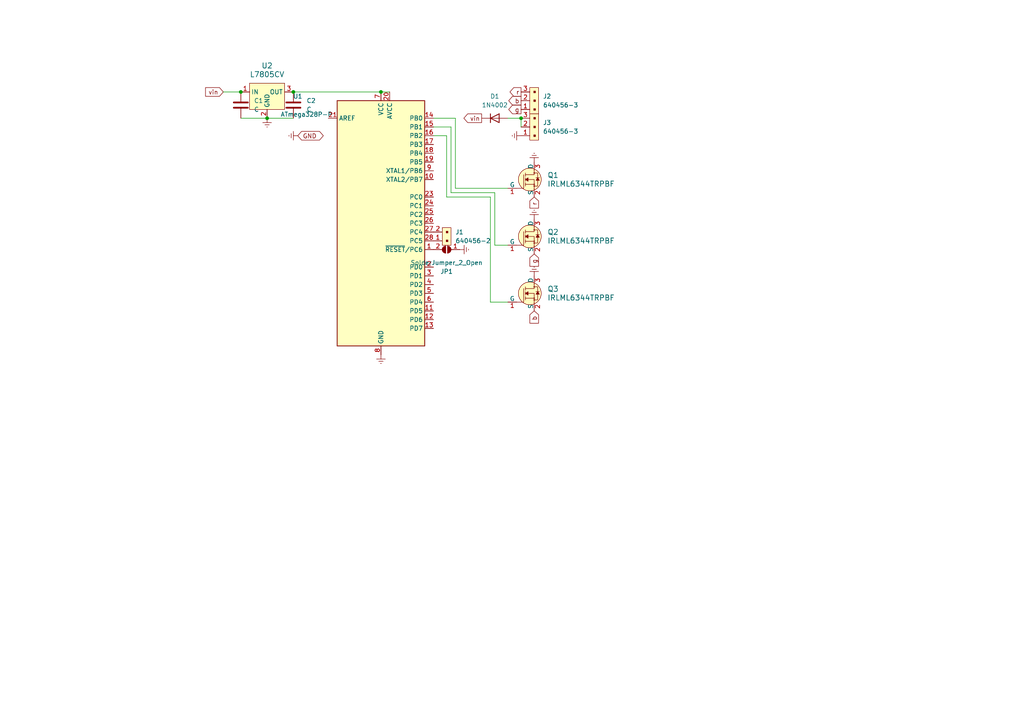
<source format=kicad_sch>
(kicad_sch (version 20230121) (generator eeschema)

  (uuid 50bc0aec-6656-4a08-a5c3-dcd98ed68266)

  (paper "A4")

  (lib_symbols
    (symbol "Device:C" (pin_numbers hide) (pin_names (offset 0.254)) (in_bom yes) (on_board yes)
      (property "Reference" "C" (at 0.635 2.54 0)
        (effects (font (size 1.27 1.27)) (justify left))
      )
      (property "Value" "C" (at 0.635 -2.54 0)
        (effects (font (size 1.27 1.27)) (justify left))
      )
      (property "Footprint" "" (at 0.9652 -3.81 0)
        (effects (font (size 1.27 1.27)) hide)
      )
      (property "Datasheet" "~" (at 0 0 0)
        (effects (font (size 1.27 1.27)) hide)
      )
      (property "ki_keywords" "cap capacitor" (at 0 0 0)
        (effects (font (size 1.27 1.27)) hide)
      )
      (property "ki_description" "Unpolarized capacitor" (at 0 0 0)
        (effects (font (size 1.27 1.27)) hide)
      )
      (property "ki_fp_filters" "C_*" (at 0 0 0)
        (effects (font (size 1.27 1.27)) hide)
      )
      (symbol "C_0_1"
        (polyline
          (pts
            (xy -2.032 -0.762)
            (xy 2.032 -0.762)
          )
          (stroke (width 0.508) (type default))
          (fill (type none))
        )
        (polyline
          (pts
            (xy -2.032 0.762)
            (xy 2.032 0.762)
          )
          (stroke (width 0.508) (type default))
          (fill (type none))
        )
      )
      (symbol "C_1_1"
        (pin passive line (at 0 3.81 270) (length 2.794)
          (name "~" (effects (font (size 1.27 1.27))))
          (number "1" (effects (font (size 1.27 1.27))))
        )
        (pin passive line (at 0 -3.81 90) (length 2.794)
          (name "~" (effects (font (size 1.27 1.27))))
          (number "2" (effects (font (size 1.27 1.27))))
        )
      )
    )
    (symbol "Diode:1N4002" (pin_numbers hide) (pin_names hide) (in_bom yes) (on_board yes)
      (property "Reference" "D" (at 0 2.54 0)
        (effects (font (size 1.27 1.27)))
      )
      (property "Value" "1N4002" (at 0 -2.54 0)
        (effects (font (size 1.27 1.27)))
      )
      (property "Footprint" "Diode_THT:D_DO-41_SOD81_P10.16mm_Horizontal" (at 0 -4.445 0)
        (effects (font (size 1.27 1.27)) hide)
      )
      (property "Datasheet" "http://www.vishay.com/docs/88503/1n4001.pdf" (at 0 0 0)
        (effects (font (size 1.27 1.27)) hide)
      )
      (property "Sim.Device" "D" (at 0 0 0)
        (effects (font (size 1.27 1.27)) hide)
      )
      (property "Sim.Pins" "1=K 2=A" (at 0 0 0)
        (effects (font (size 1.27 1.27)) hide)
      )
      (property "ki_keywords" "diode" (at 0 0 0)
        (effects (font (size 1.27 1.27)) hide)
      )
      (property "ki_description" "100V 1A General Purpose Rectifier Diode, DO-41" (at 0 0 0)
        (effects (font (size 1.27 1.27)) hide)
      )
      (property "ki_fp_filters" "D*DO?41*" (at 0 0 0)
        (effects (font (size 1.27 1.27)) hide)
      )
      (symbol "1N4002_0_1"
        (polyline
          (pts
            (xy -1.27 1.27)
            (xy -1.27 -1.27)
          )
          (stroke (width 0.254) (type default))
          (fill (type none))
        )
        (polyline
          (pts
            (xy 1.27 0)
            (xy -1.27 0)
          )
          (stroke (width 0) (type default))
          (fill (type none))
        )
        (polyline
          (pts
            (xy 1.27 1.27)
            (xy 1.27 -1.27)
            (xy -1.27 0)
            (xy 1.27 1.27)
          )
          (stroke (width 0.254) (type default))
          (fill (type none))
        )
      )
      (symbol "1N4002_1_1"
        (pin passive line (at -3.81 0 0) (length 2.54)
          (name "K" (effects (font (size 1.27 1.27))))
          (number "1" (effects (font (size 1.27 1.27))))
        )
        (pin passive line (at 3.81 0 180) (length 2.54)
          (name "A" (effects (font (size 1.27 1.27))))
          (number "2" (effects (font (size 1.27 1.27))))
        )
      )
    )
    (symbol "Jumper:SolderJumper_2_Open" (pin_names (offset 0) hide) (in_bom yes) (on_board yes)
      (property "Reference" "JP" (at 0 2.032 0)
        (effects (font (size 1.27 1.27)))
      )
      (property "Value" "SolderJumper_2_Open" (at 0 -2.54 0)
        (effects (font (size 1.27 1.27)))
      )
      (property "Footprint" "" (at 0 0 0)
        (effects (font (size 1.27 1.27)) hide)
      )
      (property "Datasheet" "~" (at 0 0 0)
        (effects (font (size 1.27 1.27)) hide)
      )
      (property "ki_keywords" "solder jumper SPST" (at 0 0 0)
        (effects (font (size 1.27 1.27)) hide)
      )
      (property "ki_description" "Solder Jumper, 2-pole, open" (at 0 0 0)
        (effects (font (size 1.27 1.27)) hide)
      )
      (property "ki_fp_filters" "SolderJumper*Open*" (at 0 0 0)
        (effects (font (size 1.27 1.27)) hide)
      )
      (symbol "SolderJumper_2_Open_0_1"
        (arc (start -0.254 1.016) (mid -1.2656 0) (end -0.254 -1.016)
          (stroke (width 0) (type default))
          (fill (type none))
        )
        (arc (start -0.254 1.016) (mid -1.2656 0) (end -0.254 -1.016)
          (stroke (width 0) (type default))
          (fill (type outline))
        )
        (polyline
          (pts
            (xy -0.254 1.016)
            (xy -0.254 -1.016)
          )
          (stroke (width 0) (type default))
          (fill (type none))
        )
        (polyline
          (pts
            (xy 0.254 1.016)
            (xy 0.254 -1.016)
          )
          (stroke (width 0) (type default))
          (fill (type none))
        )
        (arc (start 0.254 -1.016) (mid 1.2656 0) (end 0.254 1.016)
          (stroke (width 0) (type default))
          (fill (type none))
        )
        (arc (start 0.254 -1.016) (mid 1.2656 0) (end 0.254 1.016)
          (stroke (width 0) (type default))
          (fill (type outline))
        )
      )
      (symbol "SolderJumper_2_Open_1_1"
        (pin passive line (at -3.81 0 0) (length 2.54)
          (name "A" (effects (font (size 1.27 1.27))))
          (number "1" (effects (font (size 1.27 1.27))))
        )
        (pin passive line (at 3.81 0 180) (length 2.54)
          (name "B" (effects (font (size 1.27 1.27))))
          (number "2" (effects (font (size 1.27 1.27))))
        )
      )
    )
    (symbol "MCU_Microchip_ATmega:ATmega328P-P" (in_bom yes) (on_board yes)
      (property "Reference" "U" (at -12.7 36.83 0)
        (effects (font (size 1.27 1.27)) (justify left bottom))
      )
      (property "Value" "ATmega328P-P" (at 2.54 -36.83 0)
        (effects (font (size 1.27 1.27)) (justify left top))
      )
      (property "Footprint" "Package_DIP:DIP-28_W7.62mm" (at 0 0 0)
        (effects (font (size 1.27 1.27) italic) hide)
      )
      (property "Datasheet" "http://ww1.microchip.com/downloads/en/DeviceDoc/ATmega328_P%20AVR%20MCU%20with%20picoPower%20Technology%20Data%20Sheet%2040001984A.pdf" (at 0 0 0)
        (effects (font (size 1.27 1.27)) hide)
      )
      (property "ki_keywords" "AVR 8bit Microcontroller MegaAVR PicoPower" (at 0 0 0)
        (effects (font (size 1.27 1.27)) hide)
      )
      (property "ki_description" "20MHz, 32kB Flash, 2kB SRAM, 1kB EEPROM, DIP-28" (at 0 0 0)
        (effects (font (size 1.27 1.27)) hide)
      )
      (property "ki_fp_filters" "DIP*W7.62mm*" (at 0 0 0)
        (effects (font (size 1.27 1.27)) hide)
      )
      (symbol "ATmega328P-P_0_1"
        (rectangle (start -12.7 -35.56) (end 12.7 35.56)
          (stroke (width 0.254) (type default))
          (fill (type background))
        )
      )
      (symbol "ATmega328P-P_1_1"
        (pin bidirectional line (at 15.24 -7.62 180) (length 2.54)
          (name "~{RESET}/PC6" (effects (font (size 1.27 1.27))))
          (number "1" (effects (font (size 1.27 1.27))))
        )
        (pin bidirectional line (at 15.24 12.7 180) (length 2.54)
          (name "XTAL2/PB7" (effects (font (size 1.27 1.27))))
          (number "10" (effects (font (size 1.27 1.27))))
        )
        (pin bidirectional line (at 15.24 -25.4 180) (length 2.54)
          (name "PD5" (effects (font (size 1.27 1.27))))
          (number "11" (effects (font (size 1.27 1.27))))
        )
        (pin bidirectional line (at 15.24 -27.94 180) (length 2.54)
          (name "PD6" (effects (font (size 1.27 1.27))))
          (number "12" (effects (font (size 1.27 1.27))))
        )
        (pin bidirectional line (at 15.24 -30.48 180) (length 2.54)
          (name "PD7" (effects (font (size 1.27 1.27))))
          (number "13" (effects (font (size 1.27 1.27))))
        )
        (pin bidirectional line (at 15.24 30.48 180) (length 2.54)
          (name "PB0" (effects (font (size 1.27 1.27))))
          (number "14" (effects (font (size 1.27 1.27))))
        )
        (pin bidirectional line (at 15.24 27.94 180) (length 2.54)
          (name "PB1" (effects (font (size 1.27 1.27))))
          (number "15" (effects (font (size 1.27 1.27))))
        )
        (pin bidirectional line (at 15.24 25.4 180) (length 2.54)
          (name "PB2" (effects (font (size 1.27 1.27))))
          (number "16" (effects (font (size 1.27 1.27))))
        )
        (pin bidirectional line (at 15.24 22.86 180) (length 2.54)
          (name "PB3" (effects (font (size 1.27 1.27))))
          (number "17" (effects (font (size 1.27 1.27))))
        )
        (pin bidirectional line (at 15.24 20.32 180) (length 2.54)
          (name "PB4" (effects (font (size 1.27 1.27))))
          (number "18" (effects (font (size 1.27 1.27))))
        )
        (pin bidirectional line (at 15.24 17.78 180) (length 2.54)
          (name "PB5" (effects (font (size 1.27 1.27))))
          (number "19" (effects (font (size 1.27 1.27))))
        )
        (pin bidirectional line (at 15.24 -12.7 180) (length 2.54)
          (name "PD0" (effects (font (size 1.27 1.27))))
          (number "2" (effects (font (size 1.27 1.27))))
        )
        (pin power_in line (at 2.54 38.1 270) (length 2.54)
          (name "AVCC" (effects (font (size 1.27 1.27))))
          (number "20" (effects (font (size 1.27 1.27))))
        )
        (pin passive line (at -15.24 30.48 0) (length 2.54)
          (name "AREF" (effects (font (size 1.27 1.27))))
          (number "21" (effects (font (size 1.27 1.27))))
        )
        (pin passive line (at 0 -38.1 90) (length 2.54) hide
          (name "GND" (effects (font (size 1.27 1.27))))
          (number "22" (effects (font (size 1.27 1.27))))
        )
        (pin bidirectional line (at 15.24 7.62 180) (length 2.54)
          (name "PC0" (effects (font (size 1.27 1.27))))
          (number "23" (effects (font (size 1.27 1.27))))
        )
        (pin bidirectional line (at 15.24 5.08 180) (length 2.54)
          (name "PC1" (effects (font (size 1.27 1.27))))
          (number "24" (effects (font (size 1.27 1.27))))
        )
        (pin bidirectional line (at 15.24 2.54 180) (length 2.54)
          (name "PC2" (effects (font (size 1.27 1.27))))
          (number "25" (effects (font (size 1.27 1.27))))
        )
        (pin bidirectional line (at 15.24 0 180) (length 2.54)
          (name "PC3" (effects (font (size 1.27 1.27))))
          (number "26" (effects (font (size 1.27 1.27))))
        )
        (pin bidirectional line (at 15.24 -2.54 180) (length 2.54)
          (name "PC4" (effects (font (size 1.27 1.27))))
          (number "27" (effects (font (size 1.27 1.27))))
        )
        (pin bidirectional line (at 15.24 -5.08 180) (length 2.54)
          (name "PC5" (effects (font (size 1.27 1.27))))
          (number "28" (effects (font (size 1.27 1.27))))
        )
        (pin bidirectional line (at 15.24 -15.24 180) (length 2.54)
          (name "PD1" (effects (font (size 1.27 1.27))))
          (number "3" (effects (font (size 1.27 1.27))))
        )
        (pin bidirectional line (at 15.24 -17.78 180) (length 2.54)
          (name "PD2" (effects (font (size 1.27 1.27))))
          (number "4" (effects (font (size 1.27 1.27))))
        )
        (pin bidirectional line (at 15.24 -20.32 180) (length 2.54)
          (name "PD3" (effects (font (size 1.27 1.27))))
          (number "5" (effects (font (size 1.27 1.27))))
        )
        (pin bidirectional line (at 15.24 -22.86 180) (length 2.54)
          (name "PD4" (effects (font (size 1.27 1.27))))
          (number "6" (effects (font (size 1.27 1.27))))
        )
        (pin power_in line (at 0 38.1 270) (length 2.54)
          (name "VCC" (effects (font (size 1.27 1.27))))
          (number "7" (effects (font (size 1.27 1.27))))
        )
        (pin power_in line (at 0 -38.1 90) (length 2.54)
          (name "GND" (effects (font (size 1.27 1.27))))
          (number "8" (effects (font (size 1.27 1.27))))
        )
        (pin bidirectional line (at 15.24 15.24 180) (length 2.54)
          (name "XTAL1/PB6" (effects (font (size 1.27 1.27))))
          (number "9" (effects (font (size 1.27 1.27))))
        )
      )
    )
    (symbol "dk_PMIC-Voltage-Regulators-Linear:L7805CV" (in_bom yes) (on_board yes)
      (property "Reference" "U" (at 0 3.81 0)
        (effects (font (size 1.524 1.524)))
      )
      (property "Value" "L7805CV" (at 0 6.35 0)
        (effects (font (size 1.524 1.524)))
      )
      (property "Footprint" "digikey-footprints:TO-220-3" (at 5.08 5.08 0)
        (effects (font (size 1.524 1.524)) (justify left) hide)
      )
      (property "Datasheet" "http://www.st.com/content/ccc/resource/technical/document/datasheet/41/4f/b3/b0/12/d4/47/88/CD00000444.pdf/files/CD00000444.pdf/jcr:content/translations/en.CD00000444.pdf" (at 5.08 7.62 0)
        (effects (font (size 1.524 1.524)) (justify left) hide)
      )
      (property "Digi-Key_PN" "497-1443-5-ND" (at 5.08 10.16 0)
        (effects (font (size 1.524 1.524)) (justify left) hide)
      )
      (property "MPN" "L7805CV" (at 5.08 12.7 0)
        (effects (font (size 1.524 1.524)) (justify left) hide)
      )
      (property "Category" "Integrated Circuits (ICs)" (at 5.08 15.24 0)
        (effects (font (size 1.524 1.524)) (justify left) hide)
      )
      (property "Family" "PMIC - Voltage Regulators - Linear" (at 5.08 17.78 0)
        (effects (font (size 1.524 1.524)) (justify left) hide)
      )
      (property "DK_Datasheet_Link" "http://www.st.com/content/ccc/resource/technical/document/datasheet/41/4f/b3/b0/12/d4/47/88/CD00000444.pdf/files/CD00000444.pdf/jcr:content/translations/en.CD00000444.pdf" (at 5.08 20.32 0)
        (effects (font (size 1.524 1.524)) (justify left) hide)
      )
      (property "DK_Detail_Page" "/product-detail/en/stmicroelectronics/L7805CV/497-1443-5-ND/585964" (at 5.08 22.86 0)
        (effects (font (size 1.524 1.524)) (justify left) hide)
      )
      (property "Description" "IC REG LINEAR 5V 1.5A TO220AB" (at 5.08 25.4 0)
        (effects (font (size 1.524 1.524)) (justify left) hide)
      )
      (property "Manufacturer" "STMicroelectronics" (at 5.08 27.94 0)
        (effects (font (size 1.524 1.524)) (justify left) hide)
      )
      (property "Status" "Active" (at 5.08 30.48 0)
        (effects (font (size 1.524 1.524)) (justify left) hide)
      )
      (property "ki_keywords" "497-1443-5-ND" (at 0 0 0)
        (effects (font (size 1.27 1.27)) hide)
      )
      (property "ki_description" "IC REG LINEAR 5V 1.5A TO220AB" (at 0 0 0)
        (effects (font (size 1.27 1.27)) hide)
      )
      (symbol "L7805CV_1_1"
        (rectangle (start -5.08 2.54) (end 5.08 -5.08)
          (stroke (width 0) (type solid))
          (fill (type background))
        )
        (pin power_in line (at -7.62 0 0) (length 2.54)
          (name "IN" (effects (font (size 1.27 1.27))))
          (number "1" (effects (font (size 1.27 1.27))))
        )
        (pin power_in line (at 0 -7.62 90) (length 2.54)
          (name "GND" (effects (font (size 1.27 1.27))))
          (number "2" (effects (font (size 1.27 1.27))))
        )
        (pin power_out line (at 7.62 0 180) (length 2.54)
          (name "OUT" (effects (font (size 1.27 1.27))))
          (number "3" (effects (font (size 1.27 1.27))))
        )
      )
    )
    (symbol "dk_Rectangular-Connectors-Headers-Male-Pins:640456-2" (pin_names (offset 1.016)) (in_bom yes) (on_board yes)
      (property "Reference" "J" (at -2.54 1.27 0)
        (effects (font (size 1.27 1.27)) (justify right))
      )
      (property "Value" "640456-2" (at 1.27 -3.81 0)
        (effects (font (size 1.27 1.27)))
      )
      (property "Footprint" "digikey-footprints:PinHeader_1x2_P2.54mm_Drill1.02mm" (at 5.08 5.08 0)
        (effects (font (size 1.524 1.524)) (justify left) hide)
      )
      (property "Datasheet" "https://www.te.com/commerce/DocumentDelivery/DDEController?Action=srchrtrv&DocNm=640456&DocType=Customer+Drawing&DocLang=English" (at 5.08 7.62 0)
        (effects (font (size 1.524 1.524)) (justify left) hide)
      )
      (property "Digi-Key_PN" "A1921-ND" (at 5.08 10.16 0)
        (effects (font (size 1.524 1.524)) (justify left) hide)
      )
      (property "MPN" "640456-2" (at 5.08 12.7 0)
        (effects (font (size 1.524 1.524)) (justify left) hide)
      )
      (property "Category" "Connectors, Interconnects" (at 5.08 15.24 0)
        (effects (font (size 1.524 1.524)) (justify left) hide)
      )
      (property "Family" "Rectangular Connectors - Headers, Male Pins" (at 5.08 17.78 0)
        (effects (font (size 1.524 1.524)) (justify left) hide)
      )
      (property "DK_Datasheet_Link" "https://www.te.com/commerce/DocumentDelivery/DDEController?Action=srchrtrv&DocNm=640456&DocType=Customer+Drawing&DocLang=English" (at 5.08 20.32 0)
        (effects (font (size 1.524 1.524)) (justify left) hide)
      )
      (property "DK_Detail_Page" "/product-detail/en/te-connectivity-amp-connectors/640456-2/A1921-ND/109003" (at 5.08 22.86 0)
        (effects (font (size 1.524 1.524)) (justify left) hide)
      )
      (property "Description" "CONN HEADER VERT 2POS 2.54MM" (at 5.08 25.4 0)
        (effects (font (size 1.524 1.524)) (justify left) hide)
      )
      (property "Manufacturer" "TE Connectivity AMP Connectors" (at 5.08 27.94 0)
        (effects (font (size 1.524 1.524)) (justify left) hide)
      )
      (property "Status" "Active" (at 5.08 30.48 0)
        (effects (font (size 1.524 1.524)) (justify left) hide)
      )
      (property "ki_keywords" "A1921-ND MTA-100" (at 0 0 0)
        (effects (font (size 1.27 1.27)) hide)
      )
      (property "ki_description" "CONN HEADER VERT 2POS 2.54MM" (at 0 0 0)
        (effects (font (size 1.27 1.27)) hide)
      )
      (symbol "640456-2_1_1"
        (rectangle (start -1.27 0) (end 3.81 -2.54)
          (stroke (width 0) (type solid))
          (fill (type background))
        )
        (rectangle (start -0.254 -1.143) (end 0.254 -1.651)
          (stroke (width 0) (type solid))
          (fill (type outline))
        )
        (rectangle (start 2.286 -1.143) (end 2.794 -1.651)
          (stroke (width 0) (type solid))
          (fill (type outline))
        )
        (pin passive line (at 0 2.54 270) (length 2.54)
          (name "~" (effects (font (size 1.27 1.27))))
          (number "1" (effects (font (size 1.27 1.27))))
        )
        (pin passive line (at 2.54 2.54 270) (length 2.54)
          (name "~" (effects (font (size 1.27 1.27))))
          (number "2" (effects (font (size 1.27 1.27))))
        )
      )
    )
    (symbol "dk_Rectangular-Connectors-Headers-Male-Pins:640456-3" (pin_names (offset 1.016)) (in_bom yes) (on_board yes)
      (property "Reference" "J" (at -2.54 1.27 0)
        (effects (font (size 1.27 1.27)) (justify right))
      )
      (property "Value" "640456-3" (at 2.54 -3.81 0)
        (effects (font (size 1.27 1.27)))
      )
      (property "Footprint" "digikey-footprints:PinHeader_1x3_P2.54_Drill1.1mm" (at 5.08 5.08 0)
        (effects (font (size 1.524 1.524)) (justify left) hide)
      )
      (property "Datasheet" "https://www.te.com/commerce/DocumentDelivery/DDEController?Action=srchrtrv&DocNm=640456&DocType=Customer+Drawing&DocLang=English" (at 5.08 7.62 0)
        (effects (font (size 1.524 1.524)) (justify left) hide)
      )
      (property "Digi-Key_PN" "A19470-ND" (at 5.08 10.16 0)
        (effects (font (size 1.524 1.524)) (justify left) hide)
      )
      (property "MPN" "640456-3" (at 5.08 12.7 0)
        (effects (font (size 1.524 1.524)) (justify left) hide)
      )
      (property "Category" "Connectors, Interconnects" (at 5.08 15.24 0)
        (effects (font (size 1.524 1.524)) (justify left) hide)
      )
      (property "Family" "Rectangular Connectors - Headers, Male Pins" (at 5.08 17.78 0)
        (effects (font (size 1.524 1.524)) (justify left) hide)
      )
      (property "DK_Datasheet_Link" "https://www.te.com/commerce/DocumentDelivery/DDEController?Action=srchrtrv&DocNm=640456&DocType=Customer+Drawing&DocLang=English" (at 5.08 20.32 0)
        (effects (font (size 1.524 1.524)) (justify left) hide)
      )
      (property "DK_Detail_Page" "/product-detail/en/te-connectivity-amp-connectors/640456-3/A19470-ND/259010" (at 5.08 22.86 0)
        (effects (font (size 1.524 1.524)) (justify left) hide)
      )
      (property "Description" "CONN HEADER VERT 3POS 2.54MM" (at 5.08 25.4 0)
        (effects (font (size 1.524 1.524)) (justify left) hide)
      )
      (property "Manufacturer" "TE Connectivity AMP Connectors" (at 5.08 27.94 0)
        (effects (font (size 1.524 1.524)) (justify left) hide)
      )
      (property "Status" "Active" (at 5.08 30.48 0)
        (effects (font (size 1.524 1.524)) (justify left) hide)
      )
      (property "ki_keywords" "A19470-ND MTA-100" (at 0 0 0)
        (effects (font (size 1.27 1.27)) hide)
      )
      (property "ki_description" "CONN HEADER VERT 3POS 2.54MM" (at 0 0 0)
        (effects (font (size 1.27 1.27)) hide)
      )
      (symbol "640456-3_1_1"
        (rectangle (start -1.27 0) (end 6.35 -2.54)
          (stroke (width 0) (type solid))
          (fill (type background))
        )
        (rectangle (start -0.254 -1.143) (end 0.254 -1.651)
          (stroke (width 0) (type solid))
          (fill (type outline))
        )
        (rectangle (start 2.286 -1.143) (end 2.794 -1.651)
          (stroke (width 0) (type solid))
          (fill (type outline))
        )
        (rectangle (start 4.826 -1.143) (end 5.334 -1.651)
          (stroke (width 0) (type solid))
          (fill (type outline))
        )
        (pin passive line (at 0 2.54 270) (length 2.54)
          (name "~" (effects (font (size 1.27 1.27))))
          (number "1" (effects (font (size 1.27 1.27))))
        )
        (pin passive line (at 2.54 2.54 270) (length 2.54)
          (name "~" (effects (font (size 1.27 1.27))))
          (number "2" (effects (font (size 1.27 1.27))))
        )
        (pin passive line (at 5.08 2.54 270) (length 2.54)
          (name "~" (effects (font (size 1.27 1.27))))
          (number "3" (effects (font (size 1.27 1.27))))
        )
      )
    )
    (symbol "dk_Transistors-FETs-MOSFETs-Single:IRLML6344TRPBF" (pin_names (offset 0)) (in_bom yes) (on_board yes)
      (property "Reference" "Q" (at -2.6924 3.6322 0)
        (effects (font (size 1.524 1.524)) (justify right))
      )
      (property "Value" "IRLML6344TRPBF" (at 3.4544 0 90)
        (effects (font (size 1.524 1.524)))
      )
      (property "Footprint" "digikey-footprints:SOT-23-3" (at 5.08 5.08 0)
        (effects (font (size 1.524 1.524)) (justify left) hide)
      )
      (property "Datasheet" "https://www.infineon.com/dgdl/irlml6344pbf.pdf?fileId=5546d462533600a4015356689c44262c" (at 5.08 7.62 0)
        (effects (font (size 1.524 1.524)) (justify left) hide)
      )
      (property "Digi-Key_PN" "IRLML6344TRPBFCT-ND" (at 5.08 10.16 0)
        (effects (font (size 1.524 1.524)) (justify left) hide)
      )
      (property "MPN" "IRLML6344TRPBF" (at 5.08 12.7 0)
        (effects (font (size 1.524 1.524)) (justify left) hide)
      )
      (property "Category" "Discrete Semiconductor Products" (at 5.08 15.24 0)
        (effects (font (size 1.524 1.524)) (justify left) hide)
      )
      (property "Family" "Transistors - FETs, MOSFETs - Single" (at 5.08 17.78 0)
        (effects (font (size 1.524 1.524)) (justify left) hide)
      )
      (property "DK_Datasheet_Link" "https://www.infineon.com/dgdl/irlml6344pbf.pdf?fileId=5546d462533600a4015356689c44262c" (at 5.08 20.32 0)
        (effects (font (size 1.524 1.524)) (justify left) hide)
      )
      (property "DK_Detail_Page" "/product-detail/en/infineon-technologies/IRLML6344TRPBF/IRLML6344TRPBFCT-ND/2538168" (at 5.08 22.86 0)
        (effects (font (size 1.524 1.524)) (justify left) hide)
      )
      (property "Description" "MOSFET N-CH 30V 5A SOT23" (at 5.08 25.4 0)
        (effects (font (size 1.524 1.524)) (justify left) hide)
      )
      (property "Manufacturer" "Infineon Technologies" (at 5.08 27.94 0)
        (effects (font (size 1.524 1.524)) (justify left) hide)
      )
      (property "Status" "Active" (at 5.08 30.48 0)
        (effects (font (size 1.524 1.524)) (justify left) hide)
      )
      (property "ki_description" "MOSFET N-CH 30V 5A SOT23" (at 0 0 0)
        (effects (font (size 1.27 1.27)) hide)
      )
      (symbol "IRLML6344TRPBF_0_1"
        (circle (center -1.27 0) (radius 3.302)
          (stroke (width 0) (type solid))
          (fill (type background))
        )
        (circle (center 0 -1.905) (radius 0.127)
          (stroke (width 0) (type solid))
          (fill (type none))
        )
        (circle (center 0 -1.397) (radius 0.127)
          (stroke (width 0) (type solid))
          (fill (type none))
        )
        (polyline
          (pts
            (xy 0 -1.397)
            (xy -2.54 -1.397)
          )
          (stroke (width 0) (type solid))
          (fill (type none))
        )
        (polyline
          (pts
            (xy -5.08 -2.54)
            (xy -3.048 -2.54)
            (xy -3.048 1.397)
          )
          (stroke (width 0) (type solid))
          (fill (type none))
        )
        (polyline
          (pts
            (xy 0 -2.54)
            (xy 0 0)
            (xy -2.54 0)
          )
          (stroke (width 0) (type solid))
          (fill (type none))
        )
        (polyline
          (pts
            (xy 0 2.54)
            (xy 0 1.397)
            (xy -2.54 1.397)
          )
          (stroke (width 0) (type solid))
          (fill (type none))
        )
        (polyline
          (pts
            (xy -0.127 -1.905)
            (xy 1.016 -1.905)
            (xy 1.016 1.397)
            (xy 1.016 1.905)
            (xy -0.127 1.905)
          )
          (stroke (width 0) (type solid))
          (fill (type none))
        )
        (circle (center 0 1.905) (radius 0.127)
          (stroke (width 0) (type solid))
          (fill (type none))
        )
      )
      (symbol "IRLML6344TRPBF_1_1"
        (polyline
          (pts
            (xy -2.54 -1.397)
            (xy -2.54 -1.905)
          )
          (stroke (width 0) (type solid))
          (fill (type none))
        )
        (polyline
          (pts
            (xy -2.54 -1.397)
            (xy -2.54 -0.889)
          )
          (stroke (width 0) (type solid))
          (fill (type none))
        )
        (polyline
          (pts
            (xy -2.54 0)
            (xy -2.54 -0.508)
          )
          (stroke (width 0) (type solid))
          (fill (type none))
        )
        (polyline
          (pts
            (xy -2.54 0)
            (xy -2.54 0.508)
          )
          (stroke (width 0) (type solid))
          (fill (type none))
        )
        (polyline
          (pts
            (xy -2.54 1.905)
            (xy -2.54 0.889)
          )
          (stroke (width 0) (type solid))
          (fill (type none))
        )
        (polyline
          (pts
            (xy 1.524 0.508)
            (xy 0.508 0.508)
          )
          (stroke (width 0) (type solid))
          (fill (type none))
        )
        (polyline
          (pts
            (xy -2.54 0)
            (xy -1.778 0.508)
            (xy -1.778 -0.508)
            (xy -2.54 0)
          )
          (stroke (width 0) (type solid))
          (fill (type outline))
        )
        (polyline
          (pts
            (xy 1.016 0.508)
            (xy 0.508 -0.254)
            (xy 1.524 -0.254)
            (xy 1.016 0.508)
          )
          (stroke (width 0) (type solid))
          (fill (type outline))
        )
        (pin bidirectional line (at -7.62 -2.54 0) (length 2.54)
          (name "G" (effects (font (size 1.27 1.27))))
          (number "1" (effects (font (size 1.27 1.27))))
        )
        (pin bidirectional line (at 0 -5.08 90) (length 2.54)
          (name "S" (effects (font (size 1.27 1.27))))
          (number "2" (effects (font (size 1.27 1.27))))
        )
        (pin bidirectional line (at 0 5.08 270) (length 2.54)
          (name "D" (effects (font (size 1.27 1.27))))
          (number "3" (effects (font (size 1.27 1.27))))
        )
      )
    )
    (symbol "power:Earth" (power) (pin_names (offset 0)) (in_bom yes) (on_board yes)
      (property "Reference" "#PWR" (at 0 -6.35 0)
        (effects (font (size 1.27 1.27)) hide)
      )
      (property "Value" "Earth" (at 0 -3.81 0)
        (effects (font (size 1.27 1.27)) hide)
      )
      (property "Footprint" "" (at 0 0 0)
        (effects (font (size 1.27 1.27)) hide)
      )
      (property "Datasheet" "~" (at 0 0 0)
        (effects (font (size 1.27 1.27)) hide)
      )
      (property "ki_keywords" "global ground gnd" (at 0 0 0)
        (effects (font (size 1.27 1.27)) hide)
      )
      (property "ki_description" "Power symbol creates a global label with name \"Earth\"" (at 0 0 0)
        (effects (font (size 1.27 1.27)) hide)
      )
      (symbol "Earth_0_1"
        (polyline
          (pts
            (xy -0.635 -1.905)
            (xy 0.635 -1.905)
          )
          (stroke (width 0) (type default))
          (fill (type none))
        )
        (polyline
          (pts
            (xy -0.127 -2.54)
            (xy 0.127 -2.54)
          )
          (stroke (width 0) (type default))
          (fill (type none))
        )
        (polyline
          (pts
            (xy 0 -1.27)
            (xy 0 0)
          )
          (stroke (width 0) (type default))
          (fill (type none))
        )
        (polyline
          (pts
            (xy 1.27 -1.27)
            (xy -1.27 -1.27)
          )
          (stroke (width 0) (type default))
          (fill (type none))
        )
      )
      (symbol "Earth_1_1"
        (pin power_in line (at 0 0 270) (length 0) hide
          (name "Earth" (effects (font (size 1.27 1.27))))
          (number "1" (effects (font (size 1.27 1.27))))
        )
      )
    )
  )

  (junction (at 151.13 34.29) (diameter 0) (color 0 0 0 0)
    (uuid 1b2a7ba1-ed00-4efa-a99d-60cb0e1c7638)
  )
  (junction (at 77.47 34.29) (diameter 0) (color 0 0 0 0)
    (uuid 6a30c0ff-05a3-4d0e-963a-07f8a40e8317)
  )
  (junction (at 110.49 26.67) (diameter 0) (color 0 0 0 0)
    (uuid 9c304f7e-977c-4848-8ce7-1cdf7aedbfde)
  )
  (junction (at 69.85 26.67) (diameter 0) (color 0 0 0 0)
    (uuid a042244e-247a-47d1-a6b9-119b2b928644)
  )
  (junction (at 85.09 26.67) (diameter 0) (color 0 0 0 0)
    (uuid d73dfa6c-6cab-43f0-94f7-0c85403c0385)
  )

  (wire (pts (xy 64.77 26.67) (xy 69.85 26.67))
    (stroke (width 0) (type default))
    (uuid 042643a0-1a6e-4403-b9f7-09c975d8c62d)
  )
  (wire (pts (xy 130.81 55.88) (xy 130.81 36.83))
    (stroke (width 0) (type default))
    (uuid 13f68aa6-63cd-4eb6-80e1-961c5fc7ee3d)
  )
  (wire (pts (xy 125.73 39.37) (xy 129.54 39.37))
    (stroke (width 0) (type default))
    (uuid 17c5014a-c523-4928-be59-2ce2e9a7f63b)
  )
  (wire (pts (xy 85.09 26.67) (xy 110.49 26.67))
    (stroke (width 0) (type default))
    (uuid 29953f7b-02ac-4574-9f33-d8083fd1ce73)
  )
  (wire (pts (xy 143.51 55.88) (xy 130.81 55.88))
    (stroke (width 0) (type default))
    (uuid 2ac5dce0-0d75-4e07-a0f5-55c358179b69)
  )
  (wire (pts (xy 125.73 34.29) (xy 132.08 34.29))
    (stroke (width 0) (type default))
    (uuid 2bdeba4d-21fa-4d4e-b565-9db1a72448a6)
  )
  (wire (pts (xy 142.24 87.63) (xy 147.32 87.63))
    (stroke (width 0) (type default))
    (uuid 4790bc91-9e82-4333-ac55-faa9648daf63)
  )
  (wire (pts (xy 143.51 55.88) (xy 143.51 71.12))
    (stroke (width 0) (type default))
    (uuid 4c6da695-090b-48d3-a0f0-69ba6c85a273)
  )
  (wire (pts (xy 132.08 54.61) (xy 147.32 54.61))
    (stroke (width 0) (type default))
    (uuid 4e406f80-2c49-4a79-9e26-57289b12eec9)
  )
  (wire (pts (xy 142.24 57.15) (xy 142.24 87.63))
    (stroke (width 0) (type default))
    (uuid 5735319b-60e6-4c6d-b979-db4be8d5af50)
  )
  (wire (pts (xy 147.32 34.29) (xy 151.13 34.29))
    (stroke (width 0) (type default))
    (uuid 723426ba-619d-472d-a69a-a2ab8fd33142)
  )
  (wire (pts (xy 143.51 71.12) (xy 147.32 71.12))
    (stroke (width 0) (type default))
    (uuid 9572131e-ac78-45d3-8ece-f88a8c3fad7f)
  )
  (wire (pts (xy 132.08 34.29) (xy 132.08 54.61))
    (stroke (width 0) (type default))
    (uuid a21d44d8-f882-422d-87e7-f2d5435abb95)
  )
  (wire (pts (xy 130.81 36.83) (xy 125.73 36.83))
    (stroke (width 0) (type default))
    (uuid a691fa2b-5825-4da2-8a9d-6cf30e54ab63)
  )
  (wire (pts (xy 69.85 34.29) (xy 77.47 34.29))
    (stroke (width 0) (type default))
    (uuid ac661b40-b999-40a2-a935-fa2d92b961f4)
  )
  (wire (pts (xy 129.54 57.15) (xy 142.24 57.15))
    (stroke (width 0) (type default))
    (uuid c57f3d9a-c0e9-4d49-9145-e6766c0bfc04)
  )
  (wire (pts (xy 77.47 34.29) (xy 85.09 34.29))
    (stroke (width 0) (type default))
    (uuid c826962d-5c3a-4e56-b2ea-1ce69d00ebd7)
  )
  (wire (pts (xy 129.54 39.37) (xy 129.54 57.15))
    (stroke (width 0) (type default))
    (uuid d7c1c486-cee9-4e08-8ec5-72a9522f89b0)
  )
  (wire (pts (xy 151.13 34.29) (xy 151.13 36.83))
    (stroke (width 0) (type default))
    (uuid d93e36d8-e0fa-474b-9374-348741a672c5)
  )
  (wire (pts (xy 110.49 26.67) (xy 113.03 26.67))
    (stroke (width 0) (type default))
    (uuid ddbf6b57-f177-4b2f-91ed-9e1b58fa9da3)
  )

  (global_label "GND" (shape bidirectional) (at 86.36 39.37 0) (fields_autoplaced)
    (effects (font (size 1.27 1.27)) (justify left))
    (uuid 07bcf660-2548-4202-beb6-c569866dfa8a)
    (property "Intersheetrefs" "${INTERSHEET_REFS}" (at 94.327 39.37 0)
      (effects (font (size 1.27 1.27)) (justify left) hide)
    )
  )
  (global_label "b" (shape output) (at 151.13 29.21 180) (fields_autoplaced)
    (effects (font (size 1.27 1.27)) (justify right))
    (uuid 0e7b3523-f28d-4e61-9fc0-43a3d77e25fc)
    (property "Intersheetrefs" "${INTERSHEET_REFS}" (at 146.9958 29.21 0)
      (effects (font (size 1.27 1.27)) (justify right) hide)
    )
  )
  (global_label "vin" (shape input) (at 64.77 26.67 180) (fields_autoplaced)
    (effects (font (size 1.27 1.27)) (justify right))
    (uuid 48ed5bfe-6c3b-429d-a6ef-14272e130b83)
    (property "Intersheetrefs" "${INTERSHEET_REFS}" (at 59.0634 26.67 0)
      (effects (font (size 1.27 1.27)) (justify right) hide)
    )
  )
  (global_label "r" (shape input) (at 154.94 57.15 270) (fields_autoplaced)
    (effects (font (size 1.27 1.27)) (justify right))
    (uuid 58c5b119-401d-43c1-80e2-111b05836848)
    (property "Intersheetrefs" "${INTERSHEET_REFS}" (at 154.94 60.9214 90)
      (effects (font (size 1.27 1.27)) (justify right) hide)
    )
  )
  (global_label "vin" (shape output) (at 139.7 34.29 180) (fields_autoplaced)
    (effects (font (size 1.27 1.27)) (justify right))
    (uuid 65862450-60f8-41f9-8162-b10faeda0f29)
    (property "Intersheetrefs" "${INTERSHEET_REFS}" (at 133.9934 34.29 0)
      (effects (font (size 1.27 1.27)) (justify right) hide)
    )
  )
  (global_label "g" (shape output) (at 151.13 31.75 180) (fields_autoplaced)
    (effects (font (size 1.27 1.27)) (justify right))
    (uuid 6a379a29-a0ac-49d7-a89b-59a249a80a51)
    (property "Intersheetrefs" "${INTERSHEET_REFS}" (at 146.9958 31.75 0)
      (effects (font (size 1.27 1.27)) (justify right) hide)
    )
  )
  (global_label "g" (shape input) (at 154.94 73.66 270) (fields_autoplaced)
    (effects (font (size 1.27 1.27)) (justify right))
    (uuid 99cddba6-7231-4ae6-bc39-5e0573a7af52)
    (property "Intersheetrefs" "${INTERSHEET_REFS}" (at 154.94 77.7942 90)
      (effects (font (size 1.27 1.27)) (justify right) hide)
    )
  )
  (global_label "r" (shape output) (at 151.13 26.67 180) (fields_autoplaced)
    (effects (font (size 1.27 1.27)) (justify right))
    (uuid b72a1440-4f79-4ea3-85d4-b9914ef0c647)
    (property "Intersheetrefs" "${INTERSHEET_REFS}" (at 147.3586 26.67 0)
      (effects (font (size 1.27 1.27)) (justify right) hide)
    )
  )
  (global_label "b" (shape input) (at 154.94 90.17 270) (fields_autoplaced)
    (effects (font (size 1.27 1.27)) (justify right))
    (uuid b8e950fb-f27b-477c-8f20-ed9bc6867c41)
    (property "Intersheetrefs" "${INTERSHEET_REFS}" (at 154.94 94.3042 90)
      (effects (font (size 1.27 1.27)) (justify right) hide)
    )
  )

  (symbol (lib_id "dk_Rectangular-Connectors-Headers-Male-Pins:640456-2") (at 128.27 69.85 90) (unit 1)
    (in_bom yes) (on_board yes) (dnp no) (fields_autoplaced)
    (uuid 38108032-f3d2-441a-a20a-583d349f5cde)
    (property "Reference" "J1" (at 132.08 67.31 90)
      (effects (font (size 1.27 1.27)) (justify right))
    )
    (property "Value" "640456-2" (at 132.08 69.85 90)
      (effects (font (size 1.27 1.27)) (justify right))
    )
    (property "Footprint" "digikey-footprints:PinHeader_1x2_P2.54mm_Drill1.02mm" (at 123.19 64.77 0)
      (effects (font (size 1.524 1.524)) (justify left) hide)
    )
    (property "Datasheet" "https://www.te.com/commerce/DocumentDelivery/DDEController?Action=srchrtrv&DocNm=640456&DocType=Customer+Drawing&DocLang=English" (at 120.65 64.77 0)
      (effects (font (size 1.524 1.524)) (justify left) hide)
    )
    (property "Digi-Key_PN" "A1921-ND" (at 118.11 64.77 0)
      (effects (font (size 1.524 1.524)) (justify left) hide)
    )
    (property "MPN" "640456-2" (at 115.57 64.77 0)
      (effects (font (size 1.524 1.524)) (justify left) hide)
    )
    (property "Category" "Connectors, Interconnects" (at 113.03 64.77 0)
      (effects (font (size 1.524 1.524)) (justify left) hide)
    )
    (property "Family" "Rectangular Connectors - Headers, Male Pins" (at 110.49 64.77 0)
      (effects (font (size 1.524 1.524)) (justify left) hide)
    )
    (property "DK_Datasheet_Link" "https://www.te.com/commerce/DocumentDelivery/DDEController?Action=srchrtrv&DocNm=640456&DocType=Customer+Drawing&DocLang=English" (at 107.95 64.77 0)
      (effects (font (size 1.524 1.524)) (justify left) hide)
    )
    (property "DK_Detail_Page" "/product-detail/en/te-connectivity-amp-connectors/640456-2/A1921-ND/109003" (at 105.41 64.77 0)
      (effects (font (size 1.524 1.524)) (justify left) hide)
    )
    (property "Description" "CONN HEADER VERT 2POS 2.54MM" (at 102.87 64.77 0)
      (effects (font (size 1.524 1.524)) (justify left) hide)
    )
    (property "Manufacturer" "TE Connectivity AMP Connectors" (at 100.33 64.77 0)
      (effects (font (size 1.524 1.524)) (justify left) hide)
    )
    (property "Status" "Active" (at 97.79 64.77 0)
      (effects (font (size 1.524 1.524)) (justify left) hide)
    )
    (pin "2" (uuid a60792e3-9444-4a45-b3fd-9dff4128a329))
    (pin "1" (uuid 60a6d416-1f50-4bb3-937f-32194eab89d1))
    (instances
      (project "led_controller_i2c_a328p"
        (path "/50bc0aec-6656-4a08-a5c3-dcd98ed68266"
          (reference "J1") (unit 1)
        )
      )
    )
  )

  (symbol (lib_id "Jumper:SolderJumper_2_Open") (at 129.54 72.39 180) (unit 1)
    (in_bom yes) (on_board yes) (dnp no) (fields_autoplaced)
    (uuid 4b622b60-bf2a-4c56-a03d-123d2464e923)
    (property "Reference" "JP1" (at 129.54 78.74 0)
      (effects (font (size 1.27 1.27)))
    )
    (property "Value" "SolderJumper_2_Open" (at 129.54 76.2 0)
      (effects (font (size 1.27 1.27)))
    )
    (property "Footprint" "Jumper:SolderJumper-2_P1.3mm_Open_RoundedPad1.0x1.5mm" (at 129.54 72.39 0)
      (effects (font (size 1.27 1.27)) hide)
    )
    (property "Datasheet" "~" (at 129.54 72.39 0)
      (effects (font (size 1.27 1.27)) hide)
    )
    (pin "1" (uuid beb99488-47e8-49ae-9f2a-055c3e624191))
    (pin "2" (uuid b4df5919-a5b1-40df-bff9-d97bae7d09f4))
    (instances
      (project "led_controller_i2c_a328p"
        (path "/50bc0aec-6656-4a08-a5c3-dcd98ed68266"
          (reference "JP1") (unit 1)
        )
      )
    )
  )

  (symbol (lib_id "Diode:1N4002") (at 143.51 34.29 0) (unit 1)
    (in_bom yes) (on_board yes) (dnp no) (fields_autoplaced)
    (uuid 56968f08-e9a0-4172-b105-9300ac8692bd)
    (property "Reference" "D1" (at 143.51 27.94 0)
      (effects (font (size 1.27 1.27)))
    )
    (property "Value" "1N4002" (at 143.51 30.48 0)
      (effects (font (size 1.27 1.27)))
    )
    (property "Footprint" "Diode_THT:D_DO-41_SOD81_P7.62mm_Horizontal" (at 143.51 38.735 0)
      (effects (font (size 1.27 1.27)) hide)
    )
    (property "Datasheet" "http://www.vishay.com/docs/88503/1n4001.pdf" (at 143.51 34.29 0)
      (effects (font (size 1.27 1.27)) hide)
    )
    (property "Sim.Device" "D" (at 143.51 34.29 0)
      (effects (font (size 1.27 1.27)) hide)
    )
    (property "Sim.Pins" "1=K 2=A" (at 143.51 34.29 0)
      (effects (font (size 1.27 1.27)) hide)
    )
    (pin "2" (uuid 56081012-c20a-4d3e-9faf-498cb1c75d4d))
    (pin "1" (uuid 293089f9-0ecc-47cf-927f-874972f5f8f7))
    (instances
      (project "led_controller_i2c_a328p"
        (path "/50bc0aec-6656-4a08-a5c3-dcd98ed68266"
          (reference "D1") (unit 1)
        )
      )
    )
  )

  (symbol (lib_id "power:Earth") (at 77.47 34.29 0) (unit 1)
    (in_bom yes) (on_board yes) (dnp no) (fields_autoplaced)
    (uuid 607801e6-f9b4-4df4-acb3-db50cd225228)
    (property "Reference" "#PWR05" (at 77.47 40.64 0)
      (effects (font (size 1.27 1.27)) hide)
    )
    (property "Value" "Earth" (at 77.47 38.1 0)
      (effects (font (size 1.27 1.27)) hide)
    )
    (property "Footprint" "" (at 77.47 34.29 0)
      (effects (font (size 1.27 1.27)) hide)
    )
    (property "Datasheet" "~" (at 77.47 34.29 0)
      (effects (font (size 1.27 1.27)) hide)
    )
    (pin "1" (uuid 1393239d-c0b2-40ef-bc81-a8694a9a83c3))
    (instances
      (project "led_controller_i2c_a328p"
        (path "/50bc0aec-6656-4a08-a5c3-dcd98ed68266"
          (reference "#PWR05") (unit 1)
        )
      )
    )
  )

  (symbol (lib_id "power:Earth") (at 151.13 39.37 270) (unit 1)
    (in_bom yes) (on_board yes) (dnp no) (fields_autoplaced)
    (uuid 67f71cfe-04b2-4690-be56-d7bb496066a5)
    (property "Reference" "#PWR01" (at 144.78 39.37 0)
      (effects (font (size 1.27 1.27)) hide)
    )
    (property "Value" "Earth" (at 147.32 39.37 0)
      (effects (font (size 1.27 1.27)) hide)
    )
    (property "Footprint" "" (at 151.13 39.37 0)
      (effects (font (size 1.27 1.27)) hide)
    )
    (property "Datasheet" "~" (at 151.13 39.37 0)
      (effects (font (size 1.27 1.27)) hide)
    )
    (pin "1" (uuid 847e1eae-0d9b-4036-b3d7-9ef07a9fa420))
    (instances
      (project "led_controller_i2c_a328p"
        (path "/50bc0aec-6656-4a08-a5c3-dcd98ed68266"
          (reference "#PWR01") (unit 1)
        )
      )
    )
  )

  (symbol (lib_id "power:Earth") (at 133.35 72.39 90) (unit 1)
    (in_bom yes) (on_board yes) (dnp no) (fields_autoplaced)
    (uuid 6865b534-87df-4a34-94c6-e0c7d310ea59)
    (property "Reference" "#PWR08" (at 139.7 72.39 0)
      (effects (font (size 1.27 1.27)) hide)
    )
    (property "Value" "Earth" (at 137.16 72.39 0)
      (effects (font (size 1.27 1.27)) hide)
    )
    (property "Footprint" "" (at 133.35 72.39 0)
      (effects (font (size 1.27 1.27)) hide)
    )
    (property "Datasheet" "~" (at 133.35 72.39 0)
      (effects (font (size 1.27 1.27)) hide)
    )
    (pin "1" (uuid a8e228fb-c582-4312-8274-1a046e79fd52))
    (instances
      (project "led_controller_i2c_a328p"
        (path "/50bc0aec-6656-4a08-a5c3-dcd98ed68266"
          (reference "#PWR08") (unit 1)
        )
      )
    )
  )

  (symbol (lib_id "power:Earth") (at 154.94 63.5 180) (unit 1)
    (in_bom yes) (on_board yes) (dnp no) (fields_autoplaced)
    (uuid 6fef4f1f-9785-411a-a3be-26534b25d7a2)
    (property "Reference" "#PWR03" (at 154.94 57.15 0)
      (effects (font (size 1.27 1.27)) hide)
    )
    (property "Value" "Earth" (at 154.94 59.69 0)
      (effects (font (size 1.27 1.27)) hide)
    )
    (property "Footprint" "" (at 154.94 63.5 0)
      (effects (font (size 1.27 1.27)) hide)
    )
    (property "Datasheet" "~" (at 154.94 63.5 0)
      (effects (font (size 1.27 1.27)) hide)
    )
    (pin "1" (uuid 6c28f6db-bcca-4b0d-8333-0fa6762fbe46))
    (instances
      (project "led_controller_i2c_a328p"
        (path "/50bc0aec-6656-4a08-a5c3-dcd98ed68266"
          (reference "#PWR03") (unit 1)
        )
      )
    )
  )

  (symbol (lib_id "dk_Rectangular-Connectors-Headers-Male-Pins:640456-3") (at 153.67 31.75 90) (unit 1)
    (in_bom yes) (on_board yes) (dnp no) (fields_autoplaced)
    (uuid 814f6b79-d193-4da6-b462-a1ae21abad87)
    (property "Reference" "J2" (at 157.48 27.94 90)
      (effects (font (size 1.27 1.27)) (justify right))
    )
    (property "Value" "640456-3" (at 157.48 30.48 90)
      (effects (font (size 1.27 1.27)) (justify right))
    )
    (property "Footprint" "digikey-footprints:PinHeader_1x3_P2.54_Drill1.1mm" (at 148.59 26.67 0)
      (effects (font (size 1.524 1.524)) (justify left) hide)
    )
    (property "Datasheet" "https://www.te.com/commerce/DocumentDelivery/DDEController?Action=srchrtrv&DocNm=640456&DocType=Customer+Drawing&DocLang=English" (at 146.05 26.67 0)
      (effects (font (size 1.524 1.524)) (justify left) hide)
    )
    (property "Digi-Key_PN" "A19470-ND" (at 143.51 26.67 0)
      (effects (font (size 1.524 1.524)) (justify left) hide)
    )
    (property "MPN" "640456-3" (at 140.97 26.67 0)
      (effects (font (size 1.524 1.524)) (justify left) hide)
    )
    (property "Category" "Connectors, Interconnects" (at 138.43 26.67 0)
      (effects (font (size 1.524 1.524)) (justify left) hide)
    )
    (property "Family" "Rectangular Connectors - Headers, Male Pins" (at 135.89 26.67 0)
      (effects (font (size 1.524 1.524)) (justify left) hide)
    )
    (property "DK_Datasheet_Link" "https://www.te.com/commerce/DocumentDelivery/DDEController?Action=srchrtrv&DocNm=640456&DocType=Customer+Drawing&DocLang=English" (at 133.35 26.67 0)
      (effects (font (size 1.524 1.524)) (justify left) hide)
    )
    (property "DK_Detail_Page" "/product-detail/en/te-connectivity-amp-connectors/640456-3/A19470-ND/259010" (at 130.81 26.67 0)
      (effects (font (size 1.524 1.524)) (justify left) hide)
    )
    (property "Description" "CONN HEADER VERT 3POS 2.54MM" (at 128.27 26.67 0)
      (effects (font (size 1.524 1.524)) (justify left) hide)
    )
    (property "Manufacturer" "TE Connectivity AMP Connectors" (at 125.73 26.67 0)
      (effects (font (size 1.524 1.524)) (justify left) hide)
    )
    (property "Status" "Active" (at 123.19 26.67 0)
      (effects (font (size 1.524 1.524)) (justify left) hide)
    )
    (pin "2" (uuid 8036aba9-82c3-4eac-bc60-31a3e24a0217))
    (pin "1" (uuid 514436e0-5bbc-499f-9768-804c74674d89))
    (pin "3" (uuid 47302ca9-41ed-4a54-a52a-14dee887f5ad))
    (instances
      (project "led_controller_i2c_a328p"
        (path "/50bc0aec-6656-4a08-a5c3-dcd98ed68266"
          (reference "J2") (unit 1)
        )
      )
    )
  )

  (symbol (lib_id "power:Earth") (at 154.94 46.99 180) (unit 1)
    (in_bom yes) (on_board yes) (dnp no) (fields_autoplaced)
    (uuid 90a92b93-ea5a-469c-a918-d18d3859dde9)
    (property "Reference" "#PWR02" (at 154.94 40.64 0)
      (effects (font (size 1.27 1.27)) hide)
    )
    (property "Value" "Earth" (at 154.94 43.18 0)
      (effects (font (size 1.27 1.27)) hide)
    )
    (property "Footprint" "" (at 154.94 46.99 0)
      (effects (font (size 1.27 1.27)) hide)
    )
    (property "Datasheet" "~" (at 154.94 46.99 0)
      (effects (font (size 1.27 1.27)) hide)
    )
    (pin "1" (uuid 46891a16-1c02-43e9-bbbf-13c6323275e6))
    (instances
      (project "led_controller_i2c_a328p"
        (path "/50bc0aec-6656-4a08-a5c3-dcd98ed68266"
          (reference "#PWR02") (unit 1)
        )
      )
    )
  )

  (symbol (lib_id "MCU_Microchip_ATmega:ATmega328P-P") (at 110.49 64.77 0) (unit 1)
    (in_bom yes) (on_board yes) (dnp no)
    (uuid 94b7c298-0b1e-4adf-a214-4a62dedfbd56)
    (property "Reference" "U1" (at 86.36 27.94 0)
      (effects (font (size 1.27 1.27)))
    )
    (property "Value" "ATmega328P-P" (at 88.9 33.1821 0)
      (effects (font (size 1.27 1.27)))
    )
    (property "Footprint" "Package_DIP:DIP-28_W7.62mm" (at 110.49 64.77 0)
      (effects (font (size 1.27 1.27) italic) hide)
    )
    (property "Datasheet" "http://ww1.microchip.com/downloads/en/DeviceDoc/ATmega328_P%20AVR%20MCU%20with%20picoPower%20Technology%20Data%20Sheet%2040001984A.pdf" (at 110.49 64.77 0)
      (effects (font (size 1.27 1.27)) hide)
    )
    (pin "12" (uuid e5d37382-a8d0-4e68-932f-a8621ea6ec94))
    (pin "7" (uuid 66e1fd3e-957e-40a9-9b6c-6b3dedbb796d))
    (pin "22" (uuid 17e09cff-561b-4a4e-952b-54b0a98d38e2))
    (pin "27" (uuid e919ac8e-5c8d-4998-ad3e-1079dc1ef1c1))
    (pin "11" (uuid 778ce7a0-e464-415e-8097-2b7c20f12310))
    (pin "19" (uuid f7ae7dd7-2f50-44ae-a5bb-be3bd2e68429))
    (pin "14" (uuid ff51578e-d87f-467b-9ab9-ab00941aafc9))
    (pin "3" (uuid b98640c4-59c8-48b5-9fce-6e3e168c5b65))
    (pin "17" (uuid a88207ce-8bd0-4376-b41d-c2b86e3bd904))
    (pin "25" (uuid 42f034de-0689-460b-80f5-bd037b8b5682))
    (pin "6" (uuid 5da36a98-cb46-45e7-a457-030237b6e4e4))
    (pin "13" (uuid 8842a084-b252-499d-a370-29db64814d6e))
    (pin "26" (uuid 6e299442-37b9-4c32-9325-75a96ce8068d))
    (pin "28" (uuid 191f1f19-34e4-4de2-9de7-dcbd82dc7767))
    (pin "16" (uuid 354c1020-d54f-4b8b-b0ee-50ffa2855bb1))
    (pin "24" (uuid a23c0db0-c637-4cf1-a672-c54c8f732cc6))
    (pin "2" (uuid 28f96d60-13c8-4493-9123-4e8bb98d05cb))
    (pin "18" (uuid 8b20da91-c326-4b17-9bff-57d9dccdf57b))
    (pin "1" (uuid bf7e1140-511d-4c1f-98d3-c4227e19dc29))
    (pin "10" (uuid 97d1699b-03b2-4879-a31e-41cd49d71828))
    (pin "20" (uuid a9e97b82-8985-45d3-98ba-25fa5c848307))
    (pin "23" (uuid 4d11e983-4a2c-40b7-9dc1-d534ef78437d))
    (pin "4" (uuid f539bacc-e324-4ea2-9716-08ac872937eb))
    (pin "15" (uuid 9eb27bef-eb96-4486-8e13-a8a0f874b20a))
    (pin "8" (uuid e7e630da-c8f9-478e-8620-a3637e9a232c))
    (pin "5" (uuid 2dbfca3c-5d2f-4ec7-8273-56138b360b7a))
    (pin "9" (uuid 9a42bff3-2db0-4663-876d-1f07480c344a))
    (pin "21" (uuid df45a224-64a5-4e67-ad6e-7a9beb0e500e))
    (instances
      (project "led_controller_i2c_a328p"
        (path "/50bc0aec-6656-4a08-a5c3-dcd98ed68266"
          (reference "U1") (unit 1)
        )
      )
    )
  )

  (symbol (lib_id "Device:C") (at 85.09 30.48 0) (unit 1)
    (in_bom yes) (on_board yes) (dnp no) (fields_autoplaced)
    (uuid 94c48538-7904-41bb-a191-24f4dc5b76b3)
    (property "Reference" "C2" (at 88.9 29.21 0)
      (effects (font (size 1.27 1.27)) (justify left))
    )
    (property "Value" "C" (at 88.9 31.75 0)
      (effects (font (size 1.27 1.27)) (justify left))
    )
    (property "Footprint" "Capacitor_Tantalum_SMD:CP_EIA-3528-21_Kemet-B_Pad1.50x2.35mm_HandSolder" (at 86.0552 34.29 0)
      (effects (font (size 1.27 1.27)) hide)
    )
    (property "Datasheet" "~" (at 85.09 30.48 0)
      (effects (font (size 1.27 1.27)) hide)
    )
    (pin "2" (uuid 0832b8c1-2c75-4a66-89c8-0bfb8a7794f2))
    (pin "1" (uuid bbca3589-9049-4710-8c0c-98650c6fe856))
    (instances
      (project "led_controller_i2c_a328p"
        (path "/50bc0aec-6656-4a08-a5c3-dcd98ed68266"
          (reference "C2") (unit 1)
        )
      )
    )
  )

  (symbol (lib_id "dk_Transistors-FETs-MOSFETs-Single:IRLML6344TRPBF") (at 154.94 85.09 0) (unit 1)
    (in_bom yes) (on_board yes) (dnp no) (fields_autoplaced)
    (uuid 96b26175-f207-4fa3-a7d5-6d211a73d9b8)
    (property "Reference" "Q3" (at 158.75 83.82 0)
      (effects (font (size 1.524 1.524)) (justify left))
    )
    (property "Value" "IRLML6344TRPBF" (at 158.75 86.36 0)
      (effects (font (size 1.524 1.524)) (justify left))
    )
    (property "Footprint" "digikey-footprints:SOT-23-3" (at 160.02 80.01 0)
      (effects (font (size 1.524 1.524)) (justify left) hide)
    )
    (property "Datasheet" "https://www.infineon.com/dgdl/irlml6344pbf.pdf?fileId=5546d462533600a4015356689c44262c" (at 160.02 77.47 0)
      (effects (font (size 1.524 1.524)) (justify left) hide)
    )
    (property "Digi-Key_PN" "IRLML6344TRPBFCT-ND" (at 160.02 74.93 0)
      (effects (font (size 1.524 1.524)) (justify left) hide)
    )
    (property "MPN" "IRLML6344TRPBF" (at 160.02 72.39 0)
      (effects (font (size 1.524 1.524)) (justify left) hide)
    )
    (property "Category" "Discrete Semiconductor Products" (at 160.02 69.85 0)
      (effects (font (size 1.524 1.524)) (justify left) hide)
    )
    (property "Family" "Transistors - FETs, MOSFETs - Single" (at 160.02 67.31 0)
      (effects (font (size 1.524 1.524)) (justify left) hide)
    )
    (property "DK_Datasheet_Link" "https://www.infineon.com/dgdl/irlml6344pbf.pdf?fileId=5546d462533600a4015356689c44262c" (at 160.02 64.77 0)
      (effects (font (size 1.524 1.524)) (justify left) hide)
    )
    (property "DK_Detail_Page" "/product-detail/en/infineon-technologies/IRLML6344TRPBF/IRLML6344TRPBFCT-ND/2538168" (at 160.02 62.23 0)
      (effects (font (size 1.524 1.524)) (justify left) hide)
    )
    (property "Description" "MOSFET N-CH 30V 5A SOT23" (at 160.02 59.69 0)
      (effects (font (size 1.524 1.524)) (justify left) hide)
    )
    (property "Manufacturer" "Infineon Technologies" (at 160.02 57.15 0)
      (effects (font (size 1.524 1.524)) (justify left) hide)
    )
    (property "Status" "Active" (at 160.02 54.61 0)
      (effects (font (size 1.524 1.524)) (justify left) hide)
    )
    (pin "3" (uuid 9bcdca3f-b185-4413-9c8c-c49c3e07d5a1))
    (pin "2" (uuid 72894509-d453-46f0-8472-43c3abaa3f12))
    (pin "1" (uuid 89a2cdbe-6b6a-4999-990c-19789aef0093))
    (instances
      (project "led_controller_i2c_a328p"
        (path "/50bc0aec-6656-4a08-a5c3-dcd98ed68266"
          (reference "Q3") (unit 1)
        )
      )
    )
  )

  (symbol (lib_id "power:Earth") (at 154.94 80.01 180) (unit 1)
    (in_bom yes) (on_board yes) (dnp no) (fields_autoplaced)
    (uuid a4007cde-492d-4fbf-af57-bd5d6dc3b978)
    (property "Reference" "#PWR04" (at 154.94 73.66 0)
      (effects (font (size 1.27 1.27)) hide)
    )
    (property "Value" "Earth" (at 154.94 76.2 0)
      (effects (font (size 1.27 1.27)) hide)
    )
    (property "Footprint" "" (at 154.94 80.01 0)
      (effects (font (size 1.27 1.27)) hide)
    )
    (property "Datasheet" "~" (at 154.94 80.01 0)
      (effects (font (size 1.27 1.27)) hide)
    )
    (pin "1" (uuid bfdc47c1-4a2e-4466-9cd7-f0a01b87030e))
    (instances
      (project "led_controller_i2c_a328p"
        (path "/50bc0aec-6656-4a08-a5c3-dcd98ed68266"
          (reference "#PWR04") (unit 1)
        )
      )
    )
  )

  (symbol (lib_id "dk_Rectangular-Connectors-Headers-Male-Pins:640456-3") (at 153.67 39.37 90) (unit 1)
    (in_bom yes) (on_board yes) (dnp no) (fields_autoplaced)
    (uuid a8362628-6400-45d5-b93d-1a1b69f284f7)
    (property "Reference" "J3" (at 157.48 35.56 90)
      (effects (font (size 1.27 1.27)) (justify right))
    )
    (property "Value" "640456-3" (at 157.48 38.1 90)
      (effects (font (size 1.27 1.27)) (justify right))
    )
    (property "Footprint" "digikey-footprints:PinHeader_1x3_P2.54_Drill1.1mm" (at 148.59 34.29 0)
      (effects (font (size 1.524 1.524)) (justify left) hide)
    )
    (property "Datasheet" "https://www.te.com/commerce/DocumentDelivery/DDEController?Action=srchrtrv&DocNm=640456&DocType=Customer+Drawing&DocLang=English" (at 146.05 34.29 0)
      (effects (font (size 1.524 1.524)) (justify left) hide)
    )
    (property "Digi-Key_PN" "A19470-ND" (at 143.51 34.29 0)
      (effects (font (size 1.524 1.524)) (justify left) hide)
    )
    (property "MPN" "640456-3" (at 140.97 34.29 0)
      (effects (font (size 1.524 1.524)) (justify left) hide)
    )
    (property "Category" "Connectors, Interconnects" (at 138.43 34.29 0)
      (effects (font (size 1.524 1.524)) (justify left) hide)
    )
    (property "Family" "Rectangular Connectors - Headers, Male Pins" (at 135.89 34.29 0)
      (effects (font (size 1.524 1.524)) (justify left) hide)
    )
    (property "DK_Datasheet_Link" "https://www.te.com/commerce/DocumentDelivery/DDEController?Action=srchrtrv&DocNm=640456&DocType=Customer+Drawing&DocLang=English" (at 133.35 34.29 0)
      (effects (font (size 1.524 1.524)) (justify left) hide)
    )
    (property "DK_Detail_Page" "/product-detail/en/te-connectivity-amp-connectors/640456-3/A19470-ND/259010" (at 130.81 34.29 0)
      (effects (font (size 1.524 1.524)) (justify left) hide)
    )
    (property "Description" "CONN HEADER VERT 3POS 2.54MM" (at 128.27 34.29 0)
      (effects (font (size 1.524 1.524)) (justify left) hide)
    )
    (property "Manufacturer" "TE Connectivity AMP Connectors" (at 125.73 34.29 0)
      (effects (font (size 1.524 1.524)) (justify left) hide)
    )
    (property "Status" "Active" (at 123.19 34.29 0)
      (effects (font (size 1.524 1.524)) (justify left) hide)
    )
    (pin "2" (uuid 5446fb06-fdd7-46e1-9ccf-635451cfca7c))
    (pin "1" (uuid 04f99c6b-795f-4c71-8f24-e0e9f74eb8a4))
    (pin "3" (uuid 8d20ff7f-9942-4a1e-a5ef-b223fd5471ec))
    (instances
      (project "led_controller_i2c_a328p"
        (path "/50bc0aec-6656-4a08-a5c3-dcd98ed68266"
          (reference "J3") (unit 1)
        )
      )
    )
  )

  (symbol (lib_id "dk_Transistors-FETs-MOSFETs-Single:IRLML6344TRPBF") (at 154.94 68.58 0) (unit 1)
    (in_bom yes) (on_board yes) (dnp no) (fields_autoplaced)
    (uuid b9203ac2-48f0-45be-b524-769b569a862a)
    (property "Reference" "Q2" (at 158.75 67.31 0)
      (effects (font (size 1.524 1.524)) (justify left))
    )
    (property "Value" "IRLML6344TRPBF" (at 158.75 69.85 0)
      (effects (font (size 1.524 1.524)) (justify left))
    )
    (property "Footprint" "digikey-footprints:SOT-23-3" (at 160.02 63.5 0)
      (effects (font (size 1.524 1.524)) (justify left) hide)
    )
    (property "Datasheet" "https://www.infineon.com/dgdl/irlml6344pbf.pdf?fileId=5546d462533600a4015356689c44262c" (at 160.02 60.96 0)
      (effects (font (size 1.524 1.524)) (justify left) hide)
    )
    (property "Digi-Key_PN" "IRLML6344TRPBFCT-ND" (at 160.02 58.42 0)
      (effects (font (size 1.524 1.524)) (justify left) hide)
    )
    (property "MPN" "IRLML6344TRPBF" (at 160.02 55.88 0)
      (effects (font (size 1.524 1.524)) (justify left) hide)
    )
    (property "Category" "Discrete Semiconductor Products" (at 160.02 53.34 0)
      (effects (font (size 1.524 1.524)) (justify left) hide)
    )
    (property "Family" "Transistors - FETs, MOSFETs - Single" (at 160.02 50.8 0)
      (effects (font (size 1.524 1.524)) (justify left) hide)
    )
    (property "DK_Datasheet_Link" "https://www.infineon.com/dgdl/irlml6344pbf.pdf?fileId=5546d462533600a4015356689c44262c" (at 160.02 48.26 0)
      (effects (font (size 1.524 1.524)) (justify left) hide)
    )
    (property "DK_Detail_Page" "/product-detail/en/infineon-technologies/IRLML6344TRPBF/IRLML6344TRPBFCT-ND/2538168" (at 160.02 45.72 0)
      (effects (font (size 1.524 1.524)) (justify left) hide)
    )
    (property "Description" "MOSFET N-CH 30V 5A SOT23" (at 160.02 43.18 0)
      (effects (font (size 1.524 1.524)) (justify left) hide)
    )
    (property "Manufacturer" "Infineon Technologies" (at 160.02 40.64 0)
      (effects (font (size 1.524 1.524)) (justify left) hide)
    )
    (property "Status" "Active" (at 160.02 38.1 0)
      (effects (font (size 1.524 1.524)) (justify left) hide)
    )
    (pin "3" (uuid a00a4f6d-4798-40ba-b5c2-05fd547c87c3))
    (pin "2" (uuid f590c611-3513-4d1b-a2d1-7cacb3381aa7))
    (pin "1" (uuid 1a4f6de0-cc9b-4426-a40b-d23b44c9a66e))
    (instances
      (project "led_controller_i2c_a328p"
        (path "/50bc0aec-6656-4a08-a5c3-dcd98ed68266"
          (reference "Q2") (unit 1)
        )
      )
    )
  )

  (symbol (lib_id "power:Earth") (at 110.49 102.87 0) (unit 1)
    (in_bom yes) (on_board yes) (dnp no) (fields_autoplaced)
    (uuid c1a61aa4-845b-4609-b580-90e6dc748f9c)
    (property "Reference" "#PWR06" (at 110.49 109.22 0)
      (effects (font (size 1.27 1.27)) hide)
    )
    (property "Value" "Earth" (at 110.49 106.68 0)
      (effects (font (size 1.27 1.27)) hide)
    )
    (property "Footprint" "" (at 110.49 102.87 0)
      (effects (font (size 1.27 1.27)) hide)
    )
    (property "Datasheet" "~" (at 110.49 102.87 0)
      (effects (font (size 1.27 1.27)) hide)
    )
    (pin "1" (uuid c2e0f9f1-8800-42c0-9814-1c6f1321bfec))
    (instances
      (project "led_controller_i2c_a328p"
        (path "/50bc0aec-6656-4a08-a5c3-dcd98ed68266"
          (reference "#PWR06") (unit 1)
        )
      )
    )
  )

  (symbol (lib_id "Device:C") (at 69.85 30.48 0) (unit 1)
    (in_bom yes) (on_board yes) (dnp no) (fields_autoplaced)
    (uuid c5759164-23e6-4ddf-b47d-969ab3903667)
    (property "Reference" "C1" (at 73.66 29.21 0)
      (effects (font (size 1.27 1.27)) (justify left))
    )
    (property "Value" "C" (at 73.66 31.75 0)
      (effects (font (size 1.27 1.27)) (justify left))
    )
    (property "Footprint" "Capacitor_Tantalum_SMD:CP_EIA-3528-21_Kemet-B_Pad1.50x2.35mm_HandSolder" (at 70.8152 34.29 0)
      (effects (font (size 1.27 1.27)) hide)
    )
    (property "Datasheet" "~" (at 69.85 30.48 0)
      (effects (font (size 1.27 1.27)) hide)
    )
    (pin "2" (uuid bdce221b-0ed1-4bc2-bf66-2b7be944e469))
    (pin "1" (uuid 8e708e34-f66c-4fab-a0d2-b2bfaa433777))
    (instances
      (project "led_controller_i2c_a328p"
        (path "/50bc0aec-6656-4a08-a5c3-dcd98ed68266"
          (reference "C1") (unit 1)
        )
      )
    )
  )

  (symbol (lib_id "dk_Transistors-FETs-MOSFETs-Single:IRLML6344TRPBF") (at 154.94 52.07 0) (unit 1)
    (in_bom yes) (on_board yes) (dnp no) (fields_autoplaced)
    (uuid cdc2990b-e969-464f-a6dd-774635b78894)
    (property "Reference" "Q1" (at 158.75 50.8 0)
      (effects (font (size 1.524 1.524)) (justify left))
    )
    (property "Value" "IRLML6344TRPBF" (at 158.75 53.34 0)
      (effects (font (size 1.524 1.524)) (justify left))
    )
    (property "Footprint" "digikey-footprints:SOT-23-3" (at 160.02 46.99 0)
      (effects (font (size 1.524 1.524)) (justify left) hide)
    )
    (property "Datasheet" "https://www.infineon.com/dgdl/irlml6344pbf.pdf?fileId=5546d462533600a4015356689c44262c" (at 160.02 44.45 0)
      (effects (font (size 1.524 1.524)) (justify left) hide)
    )
    (property "Digi-Key_PN" "IRLML6344TRPBFCT-ND" (at 160.02 41.91 0)
      (effects (font (size 1.524 1.524)) (justify left) hide)
    )
    (property "MPN" "IRLML6344TRPBF" (at 160.02 39.37 0)
      (effects (font (size 1.524 1.524)) (justify left) hide)
    )
    (property "Category" "Discrete Semiconductor Products" (at 160.02 36.83 0)
      (effects (font (size 1.524 1.524)) (justify left) hide)
    )
    (property "Family" "Transistors - FETs, MOSFETs - Single" (at 160.02 34.29 0)
      (effects (font (size 1.524 1.524)) (justify left) hide)
    )
    (property "DK_Datasheet_Link" "https://www.infineon.com/dgdl/irlml6344pbf.pdf?fileId=5546d462533600a4015356689c44262c" (at 160.02 31.75 0)
      (effects (font (size 1.524 1.524)) (justify left) hide)
    )
    (property "DK_Detail_Page" "/product-detail/en/infineon-technologies/IRLML6344TRPBF/IRLML6344TRPBFCT-ND/2538168" (at 160.02 29.21 0)
      (effects (font (size 1.524 1.524)) (justify left) hide)
    )
    (property "Description" "MOSFET N-CH 30V 5A SOT23" (at 160.02 26.67 0)
      (effects (font (size 1.524 1.524)) (justify left) hide)
    )
    (property "Manufacturer" "Infineon Technologies" (at 160.02 24.13 0)
      (effects (font (size 1.524 1.524)) (justify left) hide)
    )
    (property "Status" "Active" (at 160.02 21.59 0)
      (effects (font (size 1.524 1.524)) (justify left) hide)
    )
    (pin "3" (uuid 56d405fd-f6fb-4e92-b826-cdfc3faeda90))
    (pin "2" (uuid 4d865dab-6b73-4282-96bd-ce2a484a58da))
    (pin "1" (uuid 630b0259-7ad7-4ddf-9c36-9cfcdd809a15))
    (instances
      (project "led_controller_i2c_a328p"
        (path "/50bc0aec-6656-4a08-a5c3-dcd98ed68266"
          (reference "Q1") (unit 1)
        )
      )
    )
  )

  (symbol (lib_id "power:Earth") (at 86.36 39.37 270) (unit 1)
    (in_bom yes) (on_board yes) (dnp no) (fields_autoplaced)
    (uuid f6fb536d-eb8c-478c-ae4f-ba05a50814fa)
    (property "Reference" "#PWR07" (at 80.01 39.37 0)
      (effects (font (size 1.27 1.27)) hide)
    )
    (property "Value" "Earth" (at 82.55 39.37 0)
      (effects (font (size 1.27 1.27)) hide)
    )
    (property "Footprint" "" (at 86.36 39.37 0)
      (effects (font (size 1.27 1.27)) hide)
    )
    (property "Datasheet" "~" (at 86.36 39.37 0)
      (effects (font (size 1.27 1.27)) hide)
    )
    (pin "1" (uuid cabc140c-1c83-40cd-994d-9dc5a92219f4))
    (instances
      (project "led_controller_i2c_a328p"
        (path "/50bc0aec-6656-4a08-a5c3-dcd98ed68266"
          (reference "#PWR07") (unit 1)
        )
      )
    )
  )

  (symbol (lib_id "dk_PMIC-Voltage-Regulators-Linear:L7805CV") (at 77.47 26.67 0) (unit 1)
    (in_bom yes) (on_board yes) (dnp no) (fields_autoplaced)
    (uuid fac11416-f9a3-418d-a856-b08aad083b8c)
    (property "Reference" "U2" (at 77.47 19.05 0)
      (effects (font (size 1.524 1.524)))
    )
    (property "Value" "L7805CV" (at 77.47 21.59 0)
      (effects (font (size 1.524 1.524)))
    )
    (property "Footprint" "digikey-footprints:TO-220-3" (at 82.55 21.59 0)
      (effects (font (size 1.524 1.524)) (justify left) hide)
    )
    (property "Datasheet" "http://www.st.com/content/ccc/resource/technical/document/datasheet/41/4f/b3/b0/12/d4/47/88/CD00000444.pdf/files/CD00000444.pdf/jcr:content/translations/en.CD00000444.pdf" (at 82.55 19.05 0)
      (effects (font (size 1.524 1.524)) (justify left) hide)
    )
    (property "Digi-Key_PN" "497-1443-5-ND" (at 82.55 16.51 0)
      (effects (font (size 1.524 1.524)) (justify left) hide)
    )
    (property "MPN" "L7805CV" (at 82.55 13.97 0)
      (effects (font (size 1.524 1.524)) (justify left) hide)
    )
    (property "Category" "Integrated Circuits (ICs)" (at 82.55 11.43 0)
      (effects (font (size 1.524 1.524)) (justify left) hide)
    )
    (property "Family" "PMIC - Voltage Regulators - Linear" (at 82.55 8.89 0)
      (effects (font (size 1.524 1.524)) (justify left) hide)
    )
    (property "DK_Datasheet_Link" "http://www.st.com/content/ccc/resource/technical/document/datasheet/41/4f/b3/b0/12/d4/47/88/CD00000444.pdf/files/CD00000444.pdf/jcr:content/translations/en.CD00000444.pdf" (at 82.55 6.35 0)
      (effects (font (size 1.524 1.524)) (justify left) hide)
    )
    (property "DK_Detail_Page" "/product-detail/en/stmicroelectronics/L7805CV/497-1443-5-ND/585964" (at 82.55 3.81 0)
      (effects (font (size 1.524 1.524)) (justify left) hide)
    )
    (property "Description" "IC REG LINEAR 5V 1.5A TO220AB" (at 82.55 1.27 0)
      (effects (font (size 1.524 1.524)) (justify left) hide)
    )
    (property "Manufacturer" "STMicroelectronics" (at 82.55 -1.27 0)
      (effects (font (size 1.524 1.524)) (justify left) hide)
    )
    (property "Status" "Active" (at 82.55 -3.81 0)
      (effects (font (size 1.524 1.524)) (justify left) hide)
    )
    (pin "2" (uuid bb274fba-5d36-4064-8827-d9f689cbe251))
    (pin "3" (uuid 7413a7df-3a53-45f7-9e7d-d955b48d8368))
    (pin "1" (uuid e40194f9-3030-456b-90c8-aa3b95043c14))
    (instances
      (project "led_controller_i2c_a328p"
        (path "/50bc0aec-6656-4a08-a5c3-dcd98ed68266"
          (reference "U2") (unit 1)
        )
      )
    )
  )

  (sheet_instances
    (path "/" (page "1"))
  )
)

</source>
